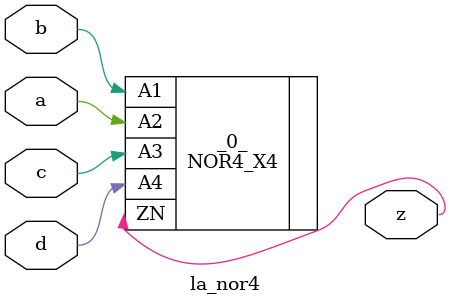
<source format=v>

/* Generated by Yosys 0.44 (git sha1 80ba43d26, g++ 11.4.0-1ubuntu1~22.04 -fPIC -O3) */

(* top =  1  *)
(* src = "generated" *)
(* keep_hierarchy *)
module la_nor4 (
    a,
    b,
    c,
    d,
    z
);
  (* src = "generated" *)
  input a;
  wire a;
  (* src = "generated" *)
  input b;
  wire b;
  (* src = "generated" *)
  input c;
  wire c;
  (* src = "generated" *)
  input d;
  wire d;
  (* src = "generated" *)
  output z;
  wire z;
  NOR4_X4 _0_ (
      .A1(b),
      .A2(a),
      .A3(c),
      .A4(d),
      .ZN(z)
  );
endmodule

</source>
